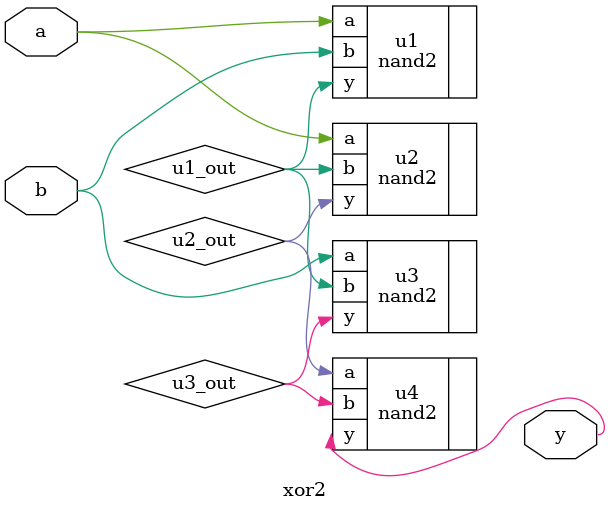
<source format=sv>
module xor2 (
    input  logic a,  // First input 
    input  logic b,  // Second input 
    output logic y   // Output 
);

  logic u1_out, u2_out, u3_out;

  nand2 u1 (
      .a(a),
      .b(b),
      .y(u1_out)
  );

  nand2 u2 (
      .a(a),
      .b(u1_out),
      .y(u2_out)
  );

  nand2 u3 (
      .a(b),
      .b(u1_out),
      .y(u3_out)
  );

  nand2 u4 (
      .a(u2_out),
      .b(u3_out),
      .y(y)
  );

endmodule

</source>
